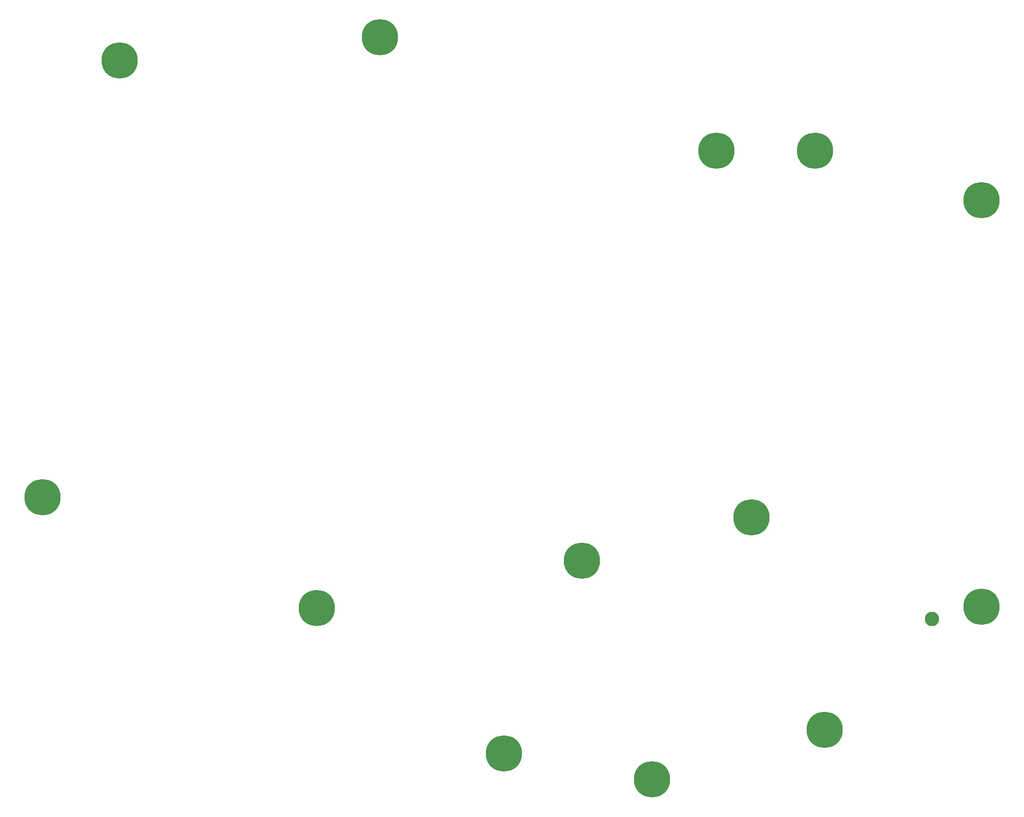
<source format=gbr>
%TF.GenerationSoftware,KiCad,Pcbnew,(5.1.7)-1*%
%TF.CreationDate,2020-10-07T08:37:43+11:00*%
%TF.ProjectId,Board-DjinnBase,426f6172-642d-4446-9a69-6e6e42617365,rev?*%
%TF.SameCoordinates,Original*%
%TF.FileFunction,Soldermask,Top*%
%TF.FilePolarity,Negative*%
%FSLAX46Y46*%
G04 Gerber Fmt 4.6, Leading zero omitted, Abs format (unit mm)*
G04 Created by KiCad (PCBNEW (5.1.7)-1) date 2020-10-07 08:37:43*
%MOMM*%
%LPD*%
G01*
G04 APERTURE LIST*
%ADD10C,7.000000*%
%ADD11C,2.800000*%
G04 APERTURE END LIST*
D10*
%TO.C,BASE1*%
X46966766Y19525432D03*
X99473603Y-123894915D03*
X163167435Y-90487880D03*
X34774198Y-90761447D03*
X163167435Y-11906299D03*
X111919220Y-2381261D03*
X130969300Y-2381260D03*
X85949668Y-81650102D03*
X-3381700Y15104253D03*
X-18267752Y-69318746D03*
X118708259Y-73245522D03*
X70919102Y-118896720D03*
X132900881Y-114300480D03*
%TD*%
D11*
%TO.C,DFU1*%
X153591270Y-92869140D03*
%TD*%
M02*

</source>
